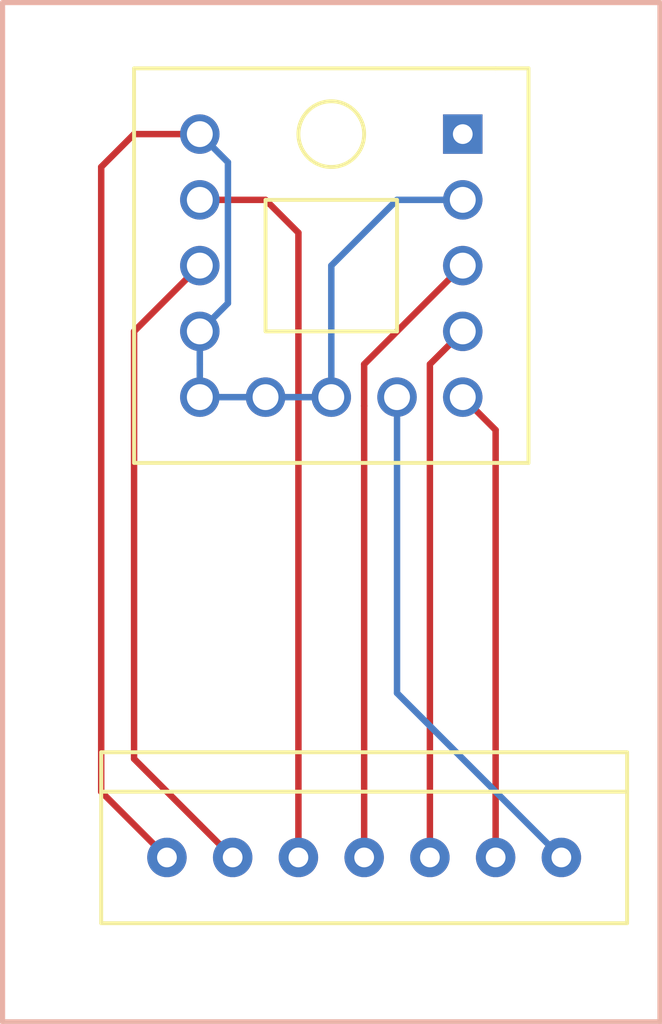
<source format=kicad_pcb>
(kicad_pcb (version 20171130) (host pcbnew "(5.0.0)")

  (general
    (thickness 1.6)
    (drawings 4)
    (tracks 30)
    (zones 0)
    (modules 2)
    (nets 9)
  )

  (page A4)
  (layers
    (0 F.Cu signal)
    (31 B.Cu signal)
    (32 B.Adhes user)
    (33 F.Adhes user)
    (34 B.Paste user)
    (35 F.Paste user)
    (36 B.SilkS user)
    (37 F.SilkS user)
    (38 B.Mask user)
    (39 F.Mask user)
    (40 Dwgs.User user)
    (41 Cmts.User user)
    (42 Eco1.User user)
    (43 Eco2.User user)
    (44 Edge.Cuts user)
    (45 Margin user)
    (46 B.CrtYd user)
    (47 F.CrtYd user)
    (48 B.Fab user)
    (49 F.Fab user)
  )

  (setup
    (last_trace_width 0.25)
    (trace_clearance 0.2)
    (zone_clearance 0.508)
    (zone_45_only no)
    (trace_min 0.2)
    (segment_width 0.2)
    (edge_width 0.15)
    (via_size 0.8)
    (via_drill 0.4)
    (via_min_size 0.4)
    (via_min_drill 0.3)
    (uvia_size 0.3)
    (uvia_drill 0.1)
    (uvias_allowed no)
    (uvia_min_size 0.2)
    (uvia_min_drill 0.1)
    (pcb_text_width 0.3)
    (pcb_text_size 1.5 1.5)
    (mod_edge_width 0.15)
    (mod_text_size 1 1)
    (mod_text_width 0.15)
    (pad_size 1.524 1.524)
    (pad_drill 0.762)
    (pad_to_mask_clearance 0.2)
    (aux_axis_origin 0 0)
    (visible_elements FFFFFF7F)
    (pcbplotparams
      (layerselection 0x010fc_ffffffff)
      (usegerberextensions false)
      (usegerberattributes false)
      (usegerberadvancedattributes false)
      (creategerberjobfile false)
      (excludeedgelayer true)
      (linewidth 0.100000)
      (plotframeref false)
      (viasonmask false)
      (mode 1)
      (useauxorigin false)
      (hpglpennumber 1)
      (hpglpenspeed 20)
      (hpglpendiameter 15.000000)
      (psnegative false)
      (psa4output false)
      (plotreference true)
      (plotvalue true)
      (plotinvisibletext false)
      (padsonsilk false)
      (subtractmaskfromsilk false)
      (outputformat 1)
      (mirror false)
      (drillshape 1)
      (scaleselection 1)
      (outputdirectory ""))
  )

  (net 0 "")
  (net 1 "Net-(Conn1-Pad1)")
  (net 2 "Net-(Conn1-Pad2)")
  (net 3 "Net-(Conn1-Pad3)")
  (net 4 "Net-(Conn1-Pad4)")
  (net 5 "Net-(Conn1-Pad5)")
  (net 6 "Net-(Conn1-Pad6)")
  (net 7 "Net-(Conn1-Pad7)")
  (net 8 GND)

  (net_class Default "This is the default net class."
    (clearance 0.2)
    (trace_width 0.25)
    (via_dia 0.8)
    (via_drill 0.4)
    (uvia_dia 0.3)
    (uvia_drill 0.1)
    (add_net GND)
    (add_net "Net-(Conn1-Pad1)")
    (add_net "Net-(Conn1-Pad2)")
    (add_net "Net-(Conn1-Pad3)")
    (add_net "Net-(Conn1-Pad4)")
    (add_net "Net-(Conn1-Pad5)")
    (add_net "Net-(Conn1-Pad6)")
    (add_net "Net-(Conn1-Pad7)")
  )

  (module MRDT_Connectors:MOLEX_SL_07_Vertical (layer F.Cu) (tedit 5B78A42D) (tstamp 5BC9AB76)
    (at 153.67 71.12)
    (path /5BBD4BEB)
    (fp_text reference Conn1 (at -8.255 3.302) (layer F.SilkS) hide
      (effects (font (size 1 1) (thickness 0.15)))
    )
    (fp_text value Molex_SL_07 (at 0 3.81) (layer F.Fab)
      (effects (font (size 1 1) (thickness 0.15)))
    )
    (fp_line (start 10.16 -4.064) (end -10.16 -4.064) (layer F.SilkS) (width 0.15))
    (fp_line (start 10.16 -2.54) (end 10.16 -4.064) (layer F.SilkS) (width 0.15))
    (fp_line (start -10.16 -4.064) (end -10.16 -2.54) (layer F.SilkS) (width 0.15))
    (fp_line (start 10.16 2.54) (end -10.16 2.54) (layer F.SilkS) (width 0.15))
    (fp_line (start -10.16 -2.54) (end 10.16 -2.54) (layer F.SilkS) (width 0.15))
    (fp_line (start 10.16 2.54) (end 10.16 -2.54) (layer F.SilkS) (width 0.15))
    (fp_line (start -10.16 2.54) (end -10.16 -2.54) (layer F.SilkS) (width 0.15))
    (pad 1 thru_hole circle (at -7.62 0) (size 1.524 1.524) (drill 0.762) (layers *.Cu *.Mask)
      (net 1 "Net-(Conn1-Pad1)"))
    (pad 2 thru_hole circle (at -5.08 0) (size 1.524 1.524) (drill 0.762) (layers *.Cu *.Mask)
      (net 2 "Net-(Conn1-Pad2)"))
    (pad 3 thru_hole circle (at -2.54 0) (size 1.524 1.524) (drill 0.762) (layers *.Cu *.Mask)
      (net 3 "Net-(Conn1-Pad3)"))
    (pad 4 thru_hole circle (at 0 0) (size 1.524 1.524) (drill 0.762) (layers *.Cu *.Mask)
      (net 4 "Net-(Conn1-Pad4)"))
    (pad 5 thru_hole circle (at 2.54 0) (size 1.524 1.524) (drill 0.762) (layers *.Cu *.Mask)
      (net 5 "Net-(Conn1-Pad5)"))
    (pad 6 thru_hole circle (at 5.08 0) (size 1.524 1.524) (drill 0.762) (layers *.Cu *.Mask)
      (net 6 "Net-(Conn1-Pad6)"))
    (pad 7 thru_hole circle (at 7.62 0) (size 1.524 1.524) (drill 0.762) (layers *.Cu *.Mask)
      (net 7 "Net-(Conn1-Pad7)"))
  )

  (module MRDT_Sensors:IMU_LSM90S1 (layer F.Cu) (tedit 5AAD6DCD) (tstamp 5BC9AB93)
    (at 144.78 55.88)
    (path /5BBD498C)
    (fp_text reference U1 (at 2.54 1.27) (layer F.SilkS) hide
      (effects (font (size 1 1) (thickness 0.15)))
    )
    (fp_text value LSM90S1 (at 7.62 -16.51) (layer F.Fab)
      (effects (font (size 1 1) (thickness 0.15)))
    )
    (fp_circle (center 7.62 -12.7) (end 8.89 -12.7) (layer F.SilkS) (width 0.15))
    (fp_line (start 5.08 -5.08) (end 10.16 -5.08) (layer F.SilkS) (width 0.15))
    (fp_line (start 10.16 -5.08) (end 10.16 -10.16) (layer F.SilkS) (width 0.15))
    (fp_line (start 10.16 -10.16) (end 5.08 -10.16) (layer F.SilkS) (width 0.15))
    (fp_line (start 5.08 -10.16) (end 5.08 -5.08) (layer F.SilkS) (width 0.15))
    (fp_line (start 13.97 -15.24) (end 15.24 -15.24) (layer F.SilkS) (width 0.15))
    (fp_line (start 15.24 -15.24) (end 15.24 0) (layer F.SilkS) (width 0.15))
    (fp_line (start 15.24 0) (end 13.97 0) (layer F.SilkS) (width 0.15))
    (fp_line (start 0 -15.24) (end 13.97 -15.24) (layer F.SilkS) (width 0.15))
    (fp_line (start 15.24 -15.24) (end 15.24 0) (layer F.SilkS) (width 0.15))
    (fp_line (start 13.97 0) (end 0 0) (layer F.SilkS) (width 0.15))
    (fp_line (start 0 0) (end 0 -15.24) (layer F.SilkS) (width 0.15))
    (pad 5 thru_hole circle (at 2.54 -2.54) (size 1.524 1.524) (drill 1) (layers *.Cu *.Mask)
      (net 1 "Net-(Conn1-Pad1)"))
    (pad 6 thru_hole circle (at 5.08 -2.54) (size 1.524 1.524) (drill 1) (layers *.Cu *.Mask)
      (net 1 "Net-(Conn1-Pad1)"))
    (pad 7 thru_hole circle (at 7.62 -2.54) (size 1.524 1.524) (drill 1) (layers *.Cu *.Mask)
      (net 1 "Net-(Conn1-Pad1)"))
    (pad 8 thru_hole circle (at 10.16 -2.54) (size 1.524 1.524) (drill 1) (layers *.Cu *.Mask)
      (net 7 "Net-(Conn1-Pad7)"))
    (pad 9 thru_hole circle (at 12.7 -2.54) (size 1.524 1.524) (drill 1) (layers *.Cu *.Mask)
      (net 6 "Net-(Conn1-Pad6)"))
    (pad 10 thru_hole circle (at 12.7 -5.08) (size 1.524 1.524) (drill 1) (layers *.Cu *.Mask)
      (net 5 "Net-(Conn1-Pad5)"))
    (pad 11 thru_hole circle (at 12.7 -7.62) (size 1.524 1.524) (drill 1) (layers *.Cu *.Mask)
      (net 4 "Net-(Conn1-Pad4)"))
    (pad 12 thru_hole circle (at 12.7 -10.16) (size 1.524 1.524) (drill 1) (layers *.Cu *.Mask)
      (net 1 "Net-(Conn1-Pad1)"))
    (pad 13 thru_hole rect (at 12.7 -12.7) (size 1.524 1.524) (drill 0.762) (layers *.Cu *.Mask)
      (net 8 GND))
    (pad 4 thru_hole circle (at 2.54 -5.08) (size 1.524 1.524) (drill 1) (layers *.Cu *.Mask)
      (net 1 "Net-(Conn1-Pad1)"))
    (pad 3 thru_hole circle (at 2.54 -7.62) (size 1.524 1.524) (drill 1) (layers *.Cu *.Mask)
      (net 2 "Net-(Conn1-Pad2)"))
    (pad 2 thru_hole circle (at 2.54 -10.16) (size 1.524 1.524) (drill 1) (layers *.Cu *.Mask)
      (net 3 "Net-(Conn1-Pad3)"))
    (pad 1 thru_hole circle (at 2.54 -12.7) (size 1.524 1.524) (drill 1) (layers *.Cu *.Mask)
      (net 1 "Net-(Conn1-Pad1)"))
  )

  (gr_line (start 139.7 77.47) (end 139.7 38.1) (layer B.SilkS) (width 0.2))
  (gr_line (start 165.1 77.47) (end 139.7 77.47) (layer B.SilkS) (width 0.2))
  (gr_line (start 165.1 38.1) (end 165.1 77.47) (layer B.SilkS) (width 0.2))
  (gr_line (start 139.7 38.1) (end 165.1 38.1) (layer B.SilkS) (width 0.2))

  (segment (start 148.081999 43.941999) (end 147.32 43.18) (width 0.25) (layer B.Cu) (net 1))
  (segment (start 148.407001 44.267001) (end 148.081999 43.941999) (width 0.25) (layer B.Cu) (net 1))
  (segment (start 148.407001 49.712999) (end 148.407001 44.267001) (width 0.25) (layer B.Cu) (net 1))
  (segment (start 147.32 50.8) (end 148.407001 49.712999) (width 0.25) (layer B.Cu) (net 1))
  (segment (start 147.32 43.18) (end 144.78 43.18) (width 0.25) (layer F.Cu) (net 1))
  (segment (start 144.78 43.18) (end 143.51 44.45) (width 0.25) (layer F.Cu) (net 1))
  (segment (start 143.51 68.58) (end 146.05 71.12) (width 0.25) (layer F.Cu) (net 1))
  (segment (start 143.51 44.45) (end 143.51 68.58) (width 0.25) (layer F.Cu) (net 1))
  (segment (start 147.32 53.34) (end 147.32 52.07) (width 0.25) (layer B.Cu) (net 1))
  (segment (start 147.32 50.8) (end 147.32 52.07) (width 0.25) (layer B.Cu) (net 1))
  (segment (start 147.32 53.34) (end 152.4 53.34) (width 0.25) (layer B.Cu) (net 1))
  (segment (start 157.48 45.72) (end 154.94 45.72) (width 0.25) (layer B.Cu) (net 1))
  (segment (start 154.94 45.72) (end 152.4 48.26) (width 0.25) (layer B.Cu) (net 1))
  (segment (start 152.4 48.26) (end 152.4 53.34) (width 0.25) (layer B.Cu) (net 1))
  (segment (start 144.78 67.31) (end 147.32 69.85) (width 0.25) (layer F.Cu) (net 2))
  (segment (start 147.32 48.26) (end 144.78 50.8) (width 0.25) (layer F.Cu) (net 2))
  (segment (start 144.78 50.8) (end 144.78 67.31) (width 0.25) (layer F.Cu) (net 2))
  (segment (start 147.32 69.85) (end 148.59 71.12) (width 0.25) (layer F.Cu) (net 2))
  (segment (start 147.32 45.72) (end 149.86 45.72) (width 0.25) (layer F.Cu) (net 3))
  (segment (start 149.86 45.72) (end 151.13 46.99) (width 0.25) (layer F.Cu) (net 3))
  (segment (start 151.13 46.99) (end 151.13 71.12) (width 0.25) (layer F.Cu) (net 3))
  (segment (start 157.48 48.26) (end 153.67 52.07) (width 0.25) (layer F.Cu) (net 4))
  (segment (start 153.67 53.678762) (end 153.67 71.12) (width 0.25) (layer F.Cu) (net 4))
  (segment (start 153.67 52.07) (end 153.67 53.678762) (width 0.25) (layer F.Cu) (net 4))
  (segment (start 157.48 50.8) (end 156.21 52.07) (width 0.25) (layer F.Cu) (net 5))
  (segment (start 156.21 52.07) (end 156.21 71.12) (width 0.25) (layer F.Cu) (net 5))
  (segment (start 157.48 53.34) (end 158.75 54.61) (width 0.25) (layer F.Cu) (net 6))
  (segment (start 158.75 54.61) (end 158.75 71.12) (width 0.25) (layer F.Cu) (net 6))
  (segment (start 154.94 64.77) (end 161.29 71.12) (width 0.25) (layer B.Cu) (net 7))
  (segment (start 154.94 53.34) (end 154.94 64.77) (width 0.25) (layer B.Cu) (net 7))

)

</source>
